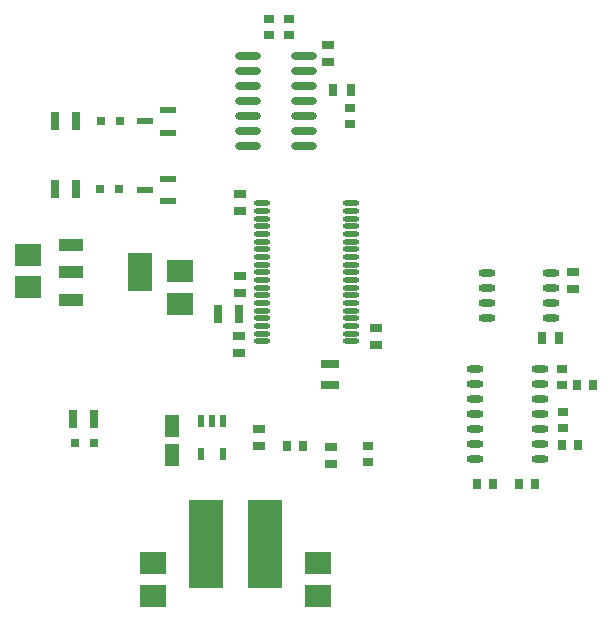
<source format=gtp>
G04 Layer_Color=8421504*
%FSLAX25Y25*%
%MOIN*%
G70*
G01*
G75*
%ADD10R,0.08465X0.03937*%
%ADD11R,0.08465X0.12795*%
%ADD12R,0.03150X0.03937*%
%ADD13R,0.03937X0.03150*%
%ADD14R,0.04921X0.07677*%
%ADD15R,0.08858X0.07677*%
%ADD16O,0.05709X0.02362*%
%ADD17R,0.02362X0.03937*%
%ADD18O,0.08661X0.02362*%
%ADD19O,0.05512X0.01772*%
%ADD20R,0.11811X0.29528*%
%ADD21R,0.03150X0.03150*%
%ADD22R,0.05512X0.02362*%
%ADD23R,0.02559X0.03543*%
%ADD24R,0.03543X0.02559*%
%ADD25R,0.03000X0.06000*%
%ADD26R,0.06000X0.03000*%
D10*
X225492Y238583D02*
D03*
Y229528D02*
D03*
Y220472D02*
D03*
D11*
X248524Y229528D02*
D03*
D12*
X382480Y207579D02*
D03*
X388189D02*
D03*
X318602Y290158D02*
D03*
X312894D02*
D03*
D13*
X392618Y224016D02*
D03*
Y229724D02*
D03*
X311910Y171457D02*
D03*
Y165748D02*
D03*
X311122Y299606D02*
D03*
Y305315D02*
D03*
X281398Y208465D02*
D03*
Y202756D02*
D03*
X281791Y255610D02*
D03*
Y249902D02*
D03*
X281693Y228346D02*
D03*
Y222638D02*
D03*
X326969Y205315D02*
D03*
Y211024D02*
D03*
X288189Y171555D02*
D03*
Y177264D02*
D03*
D14*
X259055Y168799D02*
D03*
Y178445D02*
D03*
D15*
X211024Y224508D02*
D03*
Y235335D02*
D03*
X261811Y229823D02*
D03*
Y218996D02*
D03*
X307874Y132579D02*
D03*
Y121752D02*
D03*
X252756Y132579D02*
D03*
Y121752D02*
D03*
D16*
X360138Y197283D02*
D03*
Y192283D02*
D03*
Y187284D02*
D03*
Y182283D02*
D03*
Y177284D02*
D03*
Y172283D02*
D03*
Y167283D02*
D03*
X381594Y197283D02*
D03*
Y192283D02*
D03*
Y187284D02*
D03*
Y182283D02*
D03*
Y177284D02*
D03*
Y172283D02*
D03*
Y167283D02*
D03*
X364075Y229153D02*
D03*
Y224153D02*
D03*
Y219153D02*
D03*
Y214154D02*
D03*
X385531Y229153D02*
D03*
Y224153D02*
D03*
Y219153D02*
D03*
Y214154D02*
D03*
D17*
X276181Y179823D02*
D03*
X272441D02*
D03*
X268701D02*
D03*
Y168996D02*
D03*
X276181D02*
D03*
D18*
X284252Y301614D02*
D03*
Y296614D02*
D03*
Y291614D02*
D03*
Y286614D02*
D03*
Y281614D02*
D03*
Y276614D02*
D03*
Y271614D02*
D03*
X303150Y301614D02*
D03*
Y296614D02*
D03*
Y291614D02*
D03*
Y286614D02*
D03*
Y281614D02*
D03*
Y276614D02*
D03*
Y271614D02*
D03*
D19*
X318898Y206496D02*
D03*
Y209055D02*
D03*
Y211614D02*
D03*
Y214173D02*
D03*
Y216732D02*
D03*
Y219291D02*
D03*
Y221850D02*
D03*
Y224410D02*
D03*
Y226969D02*
D03*
Y229528D02*
D03*
Y232087D02*
D03*
Y234646D02*
D03*
Y237205D02*
D03*
Y239764D02*
D03*
Y242323D02*
D03*
Y244882D02*
D03*
Y247441D02*
D03*
Y250000D02*
D03*
Y252559D02*
D03*
X288976Y206496D02*
D03*
Y209055D02*
D03*
Y211614D02*
D03*
Y214173D02*
D03*
Y216732D02*
D03*
Y219291D02*
D03*
Y221850D02*
D03*
Y224410D02*
D03*
Y226969D02*
D03*
Y229528D02*
D03*
Y232087D02*
D03*
Y234646D02*
D03*
Y237205D02*
D03*
Y239764D02*
D03*
Y242323D02*
D03*
Y244882D02*
D03*
Y247441D02*
D03*
Y250000D02*
D03*
Y252559D02*
D03*
D20*
X290158Y138976D02*
D03*
X270472D02*
D03*
D21*
X233169Y172539D02*
D03*
X226870D02*
D03*
X235335Y279823D02*
D03*
X241634D02*
D03*
X241240Y257382D02*
D03*
X234941D02*
D03*
D22*
X250098Y279823D02*
D03*
X257579Y283563D02*
D03*
Y276083D02*
D03*
X250098Y256988D02*
D03*
X257579Y260728D02*
D03*
Y253248D02*
D03*
D23*
X399508Y192126D02*
D03*
X394193D02*
D03*
X302756Y171752D02*
D03*
X297441D02*
D03*
X360728Y159055D02*
D03*
X366043D02*
D03*
X374803D02*
D03*
X380118D02*
D03*
X394488Y171949D02*
D03*
X389173D02*
D03*
D24*
X388976Y191831D02*
D03*
Y197146D02*
D03*
X389272Y182874D02*
D03*
Y177559D02*
D03*
X324311Y166437D02*
D03*
Y171752D02*
D03*
X318504Y284154D02*
D03*
Y278839D02*
D03*
X298031Y308760D02*
D03*
Y314075D02*
D03*
X291339Y308760D02*
D03*
Y314075D02*
D03*
D25*
X233126Y180807D02*
D03*
X226126D02*
D03*
X281453Y215748D02*
D03*
X274453D02*
D03*
X227024Y279823D02*
D03*
X220024D02*
D03*
X227067Y257382D02*
D03*
X220067D02*
D03*
D26*
X311811Y198874D02*
D03*
Y191874D02*
D03*
M02*

</source>
